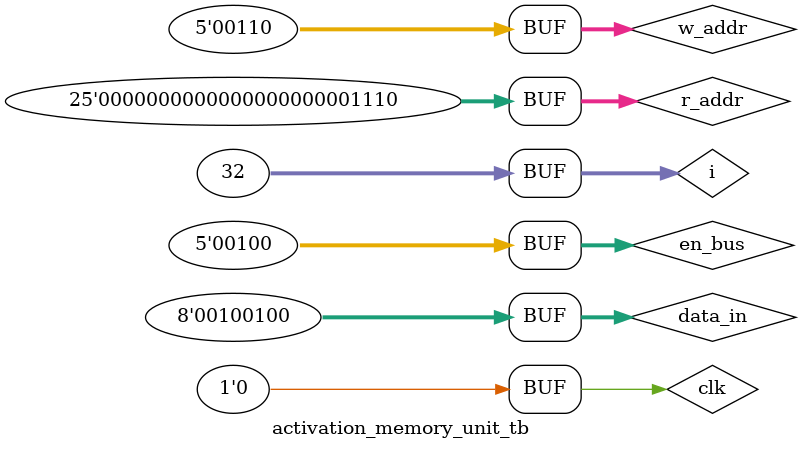
<source format=v>
`include "activation-memory-unit.v"

module activation_memory_unit_tb;

// Port connections
reg clk;
reg [4:0] en_bus;
reg [4:0] w_addr;
reg [24:0] r_addr;
reg [7:0] data_in;
reg [19:0] data_out_sels;
wire [39:0] data_outs;

activation_memory_unit dut
(
    clk, en_bus, data_out_sels, r_addr, w_addr, data_in, data_outs
);
defparam dut.ADDR_WIDTH = 5;
defparam dut.DATA_WIDTH = 8;
defparam dut.BRAM_COUNT = 5;

// Dump waveform data
initial
begin
    $dumpfile("./build/rtl-sim/vcd/activation-memory-unit.vcd");
    $dumpvars;
end

// Main simulation logic
integer i;
initial
begin
    clk = 0;
    en_bus = 1;
    r_addr = 0;
    w_addr = 0;
    data_in = 0;
    i = 0;
    #100;

    for (i = 0; i < 32; i = i + 1)
    begin
        if ((i%5 == 0) && (i != 0))
            w_addr = w_addr + 1;
        else
            w_addr = w_addr;

        data_in = (i[7:0]+8'd5);

        if (i > 16)
            r_addr = ((i-17)%31);

        #100;
        clk = !clk;
        #100;
        clk = !clk;

        en_bus = {en_bus[3:0], en_bus[4]};
    end
end

endmodule


</source>
